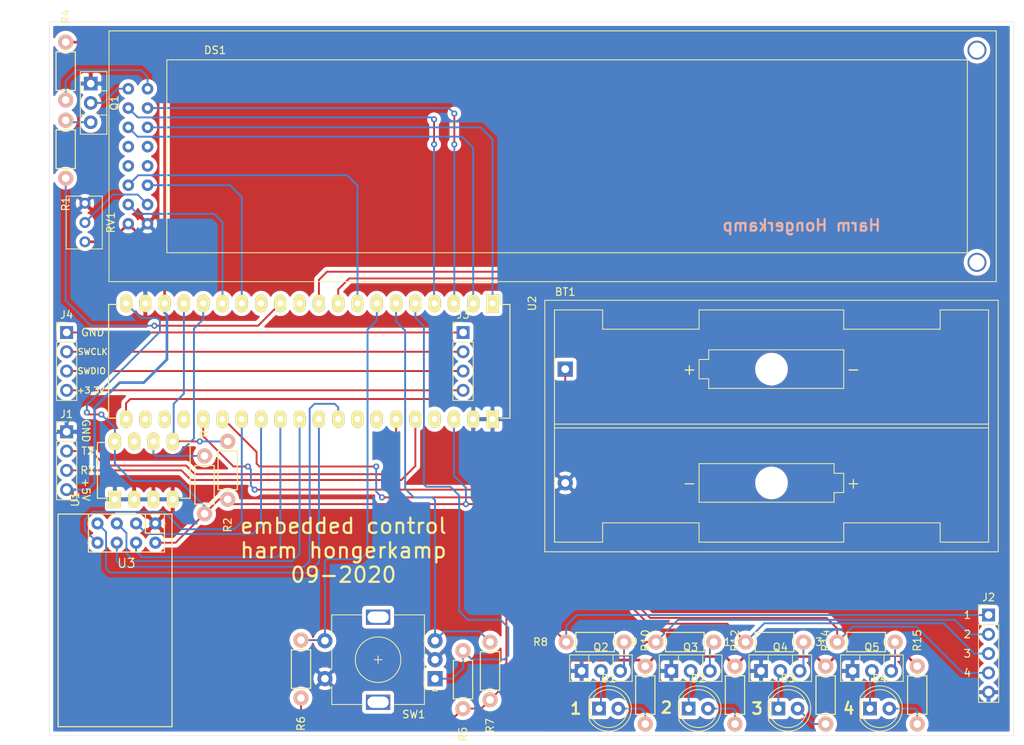
<source format=kicad_pcb>
(kicad_pcb (version 20171130) (host pcbnew 5.1.6-1.fc32)
  (title_block (title "embedded control") (date 2020-09-12) (rev 0) (company "harm hongerkamp"))
  (layers (0 F.Cu signal) (31 B.Cu signal) (34 B.Paste user) (35 F.Paste user) (36 B.SilkS user) (37 F.SilkS user) (38 B.Mask user) (39 F.Mask user) (44 Edge.Cuts user))
  (net 0 "")
  (net 1 "Net-(BT1-Pad1)")
  (net 2 GND)
  (net 3 "Net-(D1-Pad2)")
  (net 4 "Net-(D1-Pad1)")
  (net 5 "Net-(D2-Pad1)")
  (net 6 "Net-(D2-Pad2)")
  (net 7 "Net-(D3-Pad2)")
  (net 8 "Net-(D3-Pad1)")
  (net 9 "Net-(D4-Pad1)")
  (net 10 "Net-(D4-Pad2)")
  (net 11 +5V)
  (net 12 "Net-(DS1-Pad3)")
  (net 13 register_select)
  (net 14 readwrite)
  (net 15 enable)
  (net 16 "Net-(DS1-Pad7)")
  (net 17 "Net-(DS1-Pad8)")
  (net 18 "Net-(DS1-Pad9)")
  (net 19 "Net-(DS1-Pad10)")
  (net 20 D4)
  (net 21 D5)
  (net 22 D6)
  (net 23 D7)
  (net 24 "Net-(DS1-Pad15)")
  (net 25 "Net-(DS1-Pad16)")
  (net 26 /TX3)
  (net 27 /RX3)
  (net 28 "Net-(Q1-Pad3)")
  (net 29 "Net-(Q2-Pad3)")
  (net 30 "Net-(Q3-Pad3)")
  (net 31 "Net-(Q4-Pad3)")
  (net 32 "Net-(Q5-Pad3)")
  (net 33 display_light)
  (net 34 +3V3)
  (net 35 SDA)
  (net 36 SCL)
  (net 37 pulse_A)
  (net 38 push)
  (net 39 pulse_b)
  (net 40 schakeluitgang_1)
  (net 41 schakeluitgang_2)
  (net 42 schakeluitgang_3)
  (net 43 schakeluitgang_4)
  (net 44 "Net-(U1-Pad7)")
  (net 45 "Net-(U2-Pad11)")
  (net 46 "Net-(U2-Pad13)")
  (net 47 "Net-(U2-Pad22)")
  (net 48 "Net-(U2-Pad23)")
  (net 49 "Net-(U2-Pad24)")
  (net 50 /interrupt_request)
  (net 51 /chip_enable)
  (net 52 /nss1)
  (net 53 /sck1)
  (net 54 /miso1)
  (net 55 /mosi1)
  (net 56 "Net-(U2-Pad33)")
  (net 57 "Net-(U2-Pad34)")
  (net 58 "Net-(U2-Pad37)")
  (net 59 "Net-(J3-Pad4)")
  (net 60 "Net-(J3-Pad3)")
  (net 61 "Net-(J3-Pad2)")
  (net 62 "Net-(J3-Pad1)")
  (module harms_usual:nrf24l01 (layer F.Cu) (at 60.96 105.41 180)
    (fp_text reference U3 (at 0 -3.97 180) (layer F.SilkS) (effects (font (size 1.2 1.2))))
    (fp_text value nrf24l01)
    (pad 8 thru_hole circle (at 3.81 -1.27 180) (size 1.6 1.6) (drill 0.8) (layers *.Cu *.Mask) (net 50 /interrupt_request))
    (pad 7 thru_hole circle (at 3.81 1.27 180) (size 1.6 1.6) (drill 0.8) (layers *.Cu *.Mask) (net 54 /miso1))
    (pad 6 thru_hole circle (at 1.27 -1.27 180) (size 1.6 1.6) (drill 0.8) (layers *.Cu *.Mask) (net 55 /mosi1))
    (pad 5 thru_hole circle (at 1.27 1.27 180) (size 1.6 1.6) (drill 0.8) (layers *.Cu *.Mask) (net 53 /sck1))
    (pad 4 thru_hole circle (at -1.27 -1.27 180) (size 1.6 1.6) (drill 0.8) (layers *.Cu *.Mask) (net 52 /nss1))
    (pad 3 thru_hole circle (at -1.27 1.27 180) (size 1.6 1.6) (drill 0.8) (layers *.Cu *.Mask) (net 51 /chip_enable))
    (pad 2 thru_hole circle (at -3.81 -1.27 180) (size 1.6 1.6) (drill 0.8) (layers *.Cu *.Mask) (net 34 +3V3))
    (pad 1 thru_hole circle (at -3.81 1.27 180) (size 1.6 1.6) (drill 0.8) (layers *.Cu *.Mask) (net 2 GND))
  )
  (module Battery:BatteryHolder_Keystone_2462_2xAA (layer F.Cu) (at 118.745 83.82)
    (fp_text reference BT1 (at 0 -10.16 180) (layer F.SilkS))
    (fp_text value keystone-2460)
    (fp_text user - (at 37.945 0) (layer F.SilkS) (effects (font (size 1.5 1.5))))
    (fp_text user + (at 16.355 0) (layer F.SilkS) (effects (font (size 1.5 1.5))))
    (fp_text user - (at 16.355 14.99) (layer F.SilkS) (effects (font (size 1.5 1.5))))
    (fp_text user + (at 37.945 14.99) (layer F.SilkS) (effects (font (size 1.5 1.5))))
    (fp_text user + (at 16.355 0) (layer F.SilkS) (effects (font (size 1.5 1.5))))
    (fp_text user - (at 37.945 0) (layer F.SilkS) (effects (font (size 1.5 1.5))))
    (pad "" np_thru_hole circle (at 27.165 0) (size 3.3 3.3) (drill 3.3) (layers *.Cu *.Mask))
    (pad "" np_thru_hole circle (at 27.165 14.99) (size 3.3 3.3) (drill 3.3) (layers *.Cu *.Mask))
    (pad 2 thru_hole circle (at 0 14.99) (size 2 2) (drill 1.02) (layers *.Cu *.Mask) (net 2 GND))
    (pad 1 thru_hole rect (at 0 0) (size 2 2) (drill 1.02) (layers *.Cu *.Mask) (net 1 "Net-(BT1-Pad1)"))
  )
  (module LED_THT:LED_D5.0mm (layer F.Cu) (at 123.19 128.524)
    (fp_text reference D1 (at 1.27 -3.96) (layer F.SilkS))
    (fp_text value LED)
    (pad 2 thru_hole circle (at 2.54 0) (size 1.8 1.8) (drill 0.9) (layers *.Cu *.Mask) (net 3 "Net-(D1-Pad2)"))
    (pad 1 thru_hole rect (at 0 0) (size 1.8 1.8) (drill 0.9) (layers *.Cu *.Mask) (net 4 "Net-(D1-Pad1)"))
  )
  (module LED_THT:LED_D5.0mm (layer F.Cu) (at 135.001 128.524)
    (fp_text reference D2 (at 1.27 -3.96) (layer F.SilkS))
    (fp_text value LED)
    (pad 2 thru_hole circle (at 2.54 0) (size 1.8 1.8) (drill 0.9) (layers *.Cu *.Mask) (net 6 "Net-(D2-Pad2)"))
    (pad 1 thru_hole rect (at 0 0) (size 1.8 1.8) (drill 0.9) (layers *.Cu *.Mask) (net 5 "Net-(D2-Pad1)"))
  )
  (module LED_THT:LED_D5.0mm (layer F.Cu) (at 146.812 128.524)
    (fp_text reference D3 (at 1.27 -3.96) (layer F.SilkS))
    (fp_text value LED)
    (pad 2 thru_hole circle (at 2.54 0) (size 1.8 1.8) (drill 0.9) (layers *.Cu *.Mask) (net 7 "Net-(D3-Pad2)"))
    (pad 1 thru_hole rect (at 0 0) (size 1.8 1.8) (drill 0.9) (layers *.Cu *.Mask) (net 8 "Net-(D3-Pad1)"))
  )
  (module LED_THT:LED_D5.0mm (layer F.Cu) (at 158.877 128.524)
    (fp_text reference D4 (at 1.27 -3.96) (layer F.SilkS))
    (fp_text value LED)
    (pad 2 thru_hole circle (at 2.54 0) (size 1.8 1.8) (drill 0.9) (layers *.Cu *.Mask) (net 10 "Net-(D4-Pad2)"))
    (pad 1 thru_hole rect (at 0 0) (size 1.8 1.8) (drill 0.9) (layers *.Cu *.Mask) (net 9 "Net-(D4-Pad1)"))
  )
  (module harms_usual:lcd24x2 (layer F.Cu) (at 62.473601 55.791501)
    (fp_text reference DS1 (at 10.16 -13.97) (layer F.SilkS))
    (fp_text value WC1602A)
    (pad "" thru_hole circle (at 110.49 13.97) (size 2.5 2.5) (drill 2) (layers *.Cu *.Mask))
    (pad "" thru_hole circle (at 110.49 -13.97) (size 2.5 2.5) (drill 2) (layers *.Cu *.Mask))
    (pad 16 thru_hole circle (at -1.27 -8.89) (size 1.524 1.524) (drill 0.762) (layers *.Cu *.Mask) (net 25 "Net-(DS1-Pad16)"))
    (pad 15 thru_hole circle (at 1.27 -8.89) (size 1.524 1.524) (drill 0.762) (layers *.Cu *.Mask) (net 24 "Net-(DS1-Pad15)"))
    (pad 14 thru_hole circle (at -1.27 -6.35) (size 1.524 1.524) (drill 0.762) (layers *.Cu *.Mask) (net 23 D7))
    (pad 13 thru_hole circle (at 1.27 -6.35) (size 1.524 1.524) (drill 0.762) (layers *.Cu *.Mask) (net 22 D6))
    (pad 12 thru_hole circle (at -1.27 -3.81) (size 1.524 1.524) (drill 0.762) (layers *.Cu *.Mask) (net 21 D5))
    (pad 11 thru_hole circle (at 1.27 -3.81) (size 1.524 1.524) (drill 0.762) (layers *.Cu *.Mask) (net 20 D4))
    (pad 10 thru_hole circle (at -1.27 -1.27) (size 1.524 1.524) (drill 0.762) (layers *.Cu *.Mask) (net 19 "Net-(DS1-Pad10)"))
    (pad 9 thru_hole circle (at 1.27 -1.27) (size 1.524 1.524) (drill 0.762) (layers *.Cu *.Mask) (net 18 "Net-(DS1-Pad9)"))
    (pad 8 thru_hole circle (at -1.27 1.27) (size 1.524 1.524) (drill 0.762) (layers *.Cu *.Mask) (net 17 "Net-(DS1-Pad8)"))
    (pad 7 thru_hole circle (at 1.27 1.27) (size 1.524 1.524) (drill 0.762) (layers *.Cu *.Mask) (net 16 "Net-(DS1-Pad7)"))
    (pad 6 thru_hole circle (at -1.27 3.81) (size 1.524 1.524) (drill 0.762) (layers *.Cu *.Mask) (net 15 enable))
    (pad 5 thru_hole circle (at 1.27 3.81) (size 1.524 1.524) (drill 0.762) (layers *.Cu *.Mask) (net 14 readwrite))
    (pad 4 thru_hole circle (at -1.27 6.35) (size 1.524 1.524) (drill 0.762) (layers *.Cu *.Mask) (net 13 register_select))
    (pad 3 thru_hole circle (at 1.27 6.35) (size 1.524 1.524) (drill 0.762) (layers *.Cu *.Mask) (net 12 "Net-(DS1-Pad3)"))
    (pad 2 thru_hole circle (at -1.27 8.89) (size 1.524 1.524) (drill 0.762) (layers *.Cu *.Mask) (net 11 +5V))
    (pad 1 thru_hole circle (at 1.27 8.89) (size 1.524 1.524) (drill 0.762) (layers *.Cu *.Mask) (net 2 GND))
  )
  (module Connector_PinHeader_2.54mm:PinHeader_1x04_P2.54mm_Vertical (layer F.Cu) (at 53.086 92.075)
    (fp_text reference J1 (at 0 -2.33) (layer F.SilkS))
    (fp_text value UART_interface)
    (pad 4 thru_hole oval (at 0 7.62) (size 1.7 1.7) (drill 1) (layers *.Cu *.Mask) (net 11 +5V))
    (pad 3 thru_hole oval (at 0 5.08) (size 1.7 1.7) (drill 1) (layers *.Cu *.Mask) (net 27 /RX3))
    (pad 2 thru_hole oval (at 0 2.54) (size 1.7 1.7) (drill 1) (layers *.Cu *.Mask) (net 26 /TX3))
    (pad 1 thru_hole rect (at 0 0) (size 1.7 1.7) (drill 1) (layers *.Cu *.Mask) (net 2 GND))
  )
  (module Connector_PinHeader_2.54mm:PinHeader_1x04_P2.54mm_Vertical (layer F.Cu) (at 105.2957 78.994)
    (fp_text reference J3 (at 0 -2.33) (layer F.SilkS))
    (fp_text value programmer_1)
    (pad 4 thru_hole oval (at 0 7.62) (size 1.7 1.7) (drill 1) (layers *.Cu *.Mask) (net 59 "Net-(J3-Pad4)"))
    (pad 3 thru_hole oval (at 0 5.08) (size 1.7 1.7) (drill 1) (layers *.Cu *.Mask) (net 60 "Net-(J3-Pad3)"))
    (pad 2 thru_hole oval (at 0 2.54) (size 1.7 1.7) (drill 1) (layers *.Cu *.Mask) (net 61 "Net-(J3-Pad2)"))
    (pad 1 thru_hole rect (at 0 0) (size 1.7 1.7) (drill 1) (layers *.Cu *.Mask) (net 62 "Net-(J3-Pad1)"))
  )
  (module Connector_PinHeader_2.54mm:PinHeader_1x04_P2.54mm_Vertical (layer F.Cu) (at 53.086 78.994)
    (fp_text reference J4 (at 0 -2.33) (layer F.SilkS))
    (fp_text value programmer_2)
    (pad 4 thru_hole oval (at 0 7.62) (size 1.7 1.7) (drill 1) (layers *.Cu *.Mask) (net 59 "Net-(J3-Pad4)"))
    (pad 3 thru_hole oval (at 0 5.08) (size 1.7 1.7) (drill 1) (layers *.Cu *.Mask) (net 60 "Net-(J3-Pad3)"))
    (pad 2 thru_hole oval (at 0 2.54) (size 1.7 1.7) (drill 1) (layers *.Cu *.Mask) (net 61 "Net-(J3-Pad2)"))
    (pad 1 thru_hole rect (at 0 0) (size 1.7 1.7) (drill 1) (layers *.Cu *.Mask) (net 62 "Net-(J3-Pad1)"))
  )
  (module Package_TO_SOT_THT:TO-126-3_Vertical (layer F.Cu) (at 56.261 46.228 270)
    (fp_text reference Q1 (at 2.54 -3.12 90) (layer F.SilkS))
    (fp_text value BD439)
    (pad 3 thru_hole oval (at 5.08 0 270) (size 1.8 1.8) (drill 1) (layers *.Cu *.Mask) (net 28 "Net-(Q1-Pad3)"))
    (pad 2 thru_hole oval (at 2.54 0 270) (size 1.8 1.8) (drill 1) (layers *.Cu *.Mask) (net 25 "Net-(DS1-Pad16)"))
    (pad 1 thru_hole rect (at 0 0 270) (size 1.8 1.8) (drill 1) (layers *.Cu *.Mask) (net 2 GND))
  )
  (module Package_TO_SOT_THT:TO-126-3_Vertical (layer F.Cu) (at 120.904 123.571)
    (fp_text reference Q2 (at 2.54 -3.12) (layer F.SilkS))
    (fp_text value BD439)
    (pad 3 thru_hole oval (at 5.08 0) (size 1.8 1.8) (drill 1) (layers *.Cu *.Mask) (net 29 "Net-(Q2-Pad3)"))
    (pad 2 thru_hole oval (at 2.54 0) (size 1.8 1.8) (drill 1) (layers *.Cu *.Mask) (net 4 "Net-(D1-Pad1)"))
    (pad 1 thru_hole rect (at 0 0) (size 1.8 1.8) (drill 1) (layers *.Cu *.Mask) (net 2 GND))
  )
  (module Package_TO_SOT_THT:TO-126-3_Vertical (layer F.Cu) (at 132.715 123.571)
    (fp_text reference Q3 (at 2.54 -3.12) (layer F.SilkS))
    (fp_text value BD439)
    (pad 3 thru_hole oval (at 5.08 0) (size 1.8 1.8) (drill 1) (layers *.Cu *.Mask) (net 30 "Net-(Q3-Pad3)"))
    (pad 2 thru_hole oval (at 2.54 0) (size 1.8 1.8) (drill 1) (layers *.Cu *.Mask) (net 5 "Net-(D2-Pad1)"))
    (pad 1 thru_hole rect (at 0 0) (size 1.8 1.8) (drill 1) (layers *.Cu *.Mask) (net 2 GND))
  )
  (module Package_TO_SOT_THT:TO-126-3_Vertical (layer F.Cu) (at 144.526 123.571)
    (fp_text reference Q4 (at 2.54 -3.12) (layer F.SilkS))
    (fp_text value BD439)
    (pad 3 thru_hole oval (at 5.08 0) (size 1.8 1.8) (drill 1) (layers *.Cu *.Mask) (net 31 "Net-(Q4-Pad3)"))
    (pad 2 thru_hole oval (at 2.54 0) (size 1.8 1.8) (drill 1) (layers *.Cu *.Mask) (net 8 "Net-(D3-Pad1)"))
    (pad 1 thru_hole rect (at 0 0) (size 1.8 1.8) (drill 1) (layers *.Cu *.Mask) (net 2 GND))
  )
  (module Package_TO_SOT_THT:TO-126-3_Vertical (layer F.Cu) (at 156.591 123.571)
    (fp_text reference Q5 (at 2.54 -3.12) (layer F.SilkS))
    (fp_text value BD439)
    (pad 3 thru_hole oval (at 5.08 0) (size 1.8 1.8) (drill 1) (layers *.Cu *.Mask) (net 32 "Net-(Q5-Pad3)"))
    (pad 2 thru_hole oval (at 2.54 0) (size 1.8 1.8) (drill 1) (layers *.Cu *.Mask) (net 9 "Net-(D4-Pad1)"))
    (pad 1 thru_hole rect (at 0 0) (size 1.8 1.8) (drill 1) (layers *.Cu *.Mask) (net 2 GND))
  )
  (module harms_usual:Resistor_Horizontal_RM7mm (layer F.Cu) (at 52.959 51.054 270)
    (fp_text reference R1 (at 11 0 90) (layer F.SilkS))
    (fp_text value 2k)
    (pad 2 thru_hole circle (at 7.62 0 270) (size 1.99898 1.99898) (drill 1.00076) (layers *.Cu *.SilkS *.Mask) (net 33 display_light))
    (pad 1 thru_hole circle (at 0 0 270) (size 1.99898 1.99898) (drill 1.00076) (layers *.Cu *.SilkS *.Mask) (net 28 "Net-(Q1-Pad3)"))
  )
  (module harms_usual:Resistor_Horizontal_RM7mm (layer F.Cu) (at 74.295 93.345 270)
    (fp_text reference R2 (at 11 0 90) (layer F.SilkS))
    (fp_text value 2k)
    (pad 2 thru_hole circle (at 7.62 0 270) (size 1.99898 1.99898) (drill 1.00076) (layers *.Cu *.SilkS *.Mask) (net 34 +3V3))
    (pad 1 thru_hole circle (at 0 0 270) (size 1.99898 1.99898) (drill 1.00076) (layers *.Cu *.SilkS *.Mask) (net 35 SDA))
  )
  (module harms_usual:Resistor_Horizontal_RM7mm (layer F.Cu) (at 71.247 102.87 90)
    (fp_text reference R3 (at 11 0 90) (layer F.SilkS))
    (fp_text value 2k)
    (pad 2 thru_hole circle (at 7.62 0 90) (size 1.99898 1.99898) (drill 1.00076) (layers *.Cu *.SilkS *.Mask) (net 36 SCL))
    (pad 1 thru_hole circle (at 0 0 90) (size 1.99898 1.99898) (drill 1.00076) (layers *.Cu *.SilkS *.Mask) (net 34 +3V3))
  )
  (module harms_usual:Resistor_Horizontal_RM7mm (layer F.Cu) (at 52.959 48.387 90)
    (fp_text reference R4 (at 11 0 90) (layer F.SilkS))
    (fp_text value 200)
    (pad 2 thru_hole circle (at 7.62 0 90) (size 1.99898 1.99898) (drill 1.00076) (layers *.Cu *.SilkS *.Mask) (net 11 +5V))
    (pad 1 thru_hole circle (at 0 0 90) (size 1.99898 1.99898) (drill 1.00076) (layers *.Cu *.SilkS *.Mask) (net 24 "Net-(DS1-Pad15)"))
  )
  (module harms_usual:Resistor_Horizontal_RM7mm (layer F.Cu) (at 105.283 120.904 270)
    (fp_text reference R5 (at 11 0 90) (layer F.SilkS))
    (fp_text value 2k)
    (pad 2 thru_hole circle (at 7.62 0 270) (size 1.99898 1.99898) (drill 1.00076) (layers *.Cu *.SilkS *.Mask) (net 34 +3V3))
    (pad 1 thru_hole circle (at 0 0 270) (size 1.99898 1.99898) (drill 1.00076) (layers *.Cu *.SilkS *.Mask) (net 37 pulse_A))
  )
  (module harms_usual:Resistor_Horizontal_RM7mm (layer F.Cu) (at 83.947 119.507 270)
    (fp_text reference R6 (at 11 0 90) (layer F.SilkS))
    (fp_text value 10k)
    (pad 2 thru_hole circle (at 7.62 0 270) (size 1.99898 1.99898) (drill 1.00076) (layers *.Cu *.SilkS *.Mask) (net 34 +3V3))
    (pad 1 thru_hole circle (at 0 0 270) (size 1.99898 1.99898) (drill 1.00076) (layers *.Cu *.SilkS *.Mask) (net 38 push))
  )
  (module harms_usual:Resistor_Horizontal_RM7mm (layer F.Cu) (at 108.839 119.761 270)
    (fp_text reference R7 (at 11 0 90) (layer F.SilkS))
    (fp_text value 2k)
    (pad 2 thru_hole circle (at 7.62 0 270) (size 1.99898 1.99898) (drill 1.00076) (layers *.Cu *.SilkS *.Mask) (net 34 +3V3))
    (pad 1 thru_hole circle (at 0 0 270) (size 1.99898 1.99898) (drill 1.00076) (layers *.Cu *.SilkS *.Mask) (net 39 pulse_b))
  )
  (module harms_usual:Resistor_Horizontal_RM7mm (layer F.Cu) (at 126.492 119.761 180)
    (fp_text reference R8 (at 11 0) (layer F.SilkS))
    (fp_text value 2k)
    (pad 2 thru_hole circle (at 7.62 0 180) (size 1.99898 1.99898) (drill 1.00076) (layers *.Cu *.SilkS *.Mask) (net 40 schakeluitgang_1))
    (pad 1 thru_hole circle (at 0 0 180) (size 1.99898 1.99898) (drill 1.00076) (layers *.Cu *.SilkS *.Mask) (net 29 "Net-(Q2-Pad3)"))
  )
  (module harms_usual:Resistor_Horizontal_RM7mm (layer F.Cu) (at 138.303 119.761 180)
    (fp_text reference R9 (at 11 0) (layer F.SilkS))
    (fp_text value 2k)
    (pad 2 thru_hole circle (at 7.62 0 180) (size 1.99898 1.99898) (drill 1.00076) (layers *.Cu *.SilkS *.Mask) (net 41 schakeluitgang_2))
    (pad 1 thru_hole circle (at 0 0 180) (size 1.99898 1.99898) (drill 1.00076) (layers *.Cu *.SilkS *.Mask) (net 30 "Net-(Q3-Pad3)"))
  )
  (module harms_usual:Resistor_Horizontal_RM7mm (layer F.Cu) (at 129.286 130.556 90)
    (fp_text reference R10 (at 11 0 90) (layer F.SilkS))
    (fp_text value 200)
    (pad 2 thru_hole circle (at 7.62 0 90) (size 1.99898 1.99898) (drill 1.00076) (layers *.Cu *.SilkS *.Mask) (net 11 +5V))
    (pad 1 thru_hole circle (at 0 0 90) (size 1.99898 1.99898) (drill 1.00076) (layers *.Cu *.SilkS *.Mask) (net 3 "Net-(D1-Pad2)"))
  )
  (module harms_usual:Resistor_Horizontal_RM7mm (layer F.Cu) (at 150.114 119.761 180)
    (fp_text reference R11 (at 11 0) (layer F.SilkS))
    (fp_text value 2k)
    (pad 2 thru_hole circle (at 7.62 0 180) (size 1.99898 1.99898) (drill 1.00076) (layers *.Cu *.SilkS *.Mask) (net 42 schakeluitgang_3))
    (pad 1 thru_hole circle (at 0 0 180) (size 1.99898 1.99898) (drill 1.00076) (layers *.Cu *.SilkS *.Mask) (net 31 "Net-(Q4-Pad3)"))
  )
  (module harms_usual:Resistor_Horizontal_RM7mm (layer F.Cu) (at 141.097 130.556 90)
    (fp_text reference R12 (at 11 0 90) (layer F.SilkS))
    (fp_text value 200)
    (pad 2 thru_hole circle (at 7.62 0 90) (size 1.99898 1.99898) (drill 1.00076) (layers *.Cu *.SilkS *.Mask) (net 11 +5V))
    (pad 1 thru_hole circle (at 0 0 90) (size 1.99898 1.99898) (drill 1.00076) (layers *.Cu *.SilkS *.Mask) (net 6 "Net-(D2-Pad2)"))
  )
  (module harms_usual:Resistor_Horizontal_RM7mm (layer F.Cu) (at 162.179 119.761 180)
    (fp_text reference R13 (at 11 0) (layer F.SilkS))
    (fp_text value 2k)
    (pad 2 thru_hole circle (at 7.62 0 180) (size 1.99898 1.99898) (drill 1.00076) (layers *.Cu *.SilkS *.Mask) (net 43 schakeluitgang_4))
    (pad 1 thru_hole circle (at 0 0 180) (size 1.99898 1.99898) (drill 1.00076) (layers *.Cu *.SilkS *.Mask) (net 32 "Net-(Q5-Pad3)"))
  )
  (module harms_usual:Resistor_Horizontal_RM7mm (layer F.Cu) (at 153.035 130.556 90)
    (fp_text reference R14 (at 11 0 90) (layer F.SilkS))
    (fp_text value 200)
    (pad 2 thru_hole circle (at 7.62 0 90) (size 1.99898 1.99898) (drill 1.00076) (layers *.Cu *.SilkS *.Mask) (net 11 +5V))
    (pad 1 thru_hole circle (at 0 0 90) (size 1.99898 1.99898) (drill 1.00076) (layers *.Cu *.SilkS *.Mask) (net 7 "Net-(D3-Pad2)"))
  )
  (module harms_usual:Resistor_Horizontal_RM7mm (layer F.Cu) (at 165.1 130.556 90)
    (fp_text reference R15 (at 11 0 90) (layer F.SilkS))
    (fp_text value 200)
    (pad 2 thru_hole circle (at 7.62 0 90) (size 1.99898 1.99898) (drill 1.00076) (layers *.Cu *.SilkS *.Mask) (net 11 +5V))
    (pad 1 thru_hole circle (at 0 0 90) (size 1.99898 1.99898) (drill 1.00076) (layers *.Cu *.SilkS *.Mask) (net 10 "Net-(D4-Pad2)"))
  )
  (module Potentiometer_THT:Potentiometer_Bourns_3266Y_Vertical (layer F.Cu) (at 55.499 67.056 270)
    (fp_text reference RV1 (at -2.54 -3.41 90) (layer F.SilkS))
    (fp_text value R_POT_TRIM)
    (pad 3 thru_hole circle (at -5.08 0 270) (size 1.44 1.44) (drill 0.8) (layers *.Cu *.Mask) (net 2 GND))
    (pad 2 thru_hole circle (at -2.54 0 270) (size 1.44 1.44) (drill 0.8) (layers *.Cu *.Mask) (net 12 "Net-(DS1-Pad3)"))
    (pad 1 thru_hole circle (at 0 0 270) (size 1.44 1.44) (drill 0.8) (layers *.Cu *.Mask) (net 11 +5V))
  )
  (module Rotary_Encoder:RotaryEncoder_Alps_EC11E-Switch_Vertical_H20mm (layer F.Cu) (at 101.6 124.587 180)
    (fp_text reference SW1 (at 2.8 -4.7) (layer F.SilkS))
    (fp_text value Rotary_Encoder_Switch)
    (pad A thru_hole rect (at 0 0 180) (size 2 2) (drill 1) (layers *.Cu *.Mask) (net 37 pulse_A))
    (pad C thru_hole circle (at 0 2.5 180) (size 2 2) (drill 1) (layers *.Cu *.Mask) (net 2 GND))
    (pad B thru_hole circle (at 0 5 180) (size 2 2) (drill 1) (layers *.Cu *.Mask) (net 39 pulse_b))
    (pad MP thru_hole rect (at 7.5 -3.1 180) (size 3.2 2) (drill oval 2.8 1.5) (layers *.Cu *.Mask))
    (pad MP thru_hole rect (at 7.5 8.1 180) (size 3.2 2) (drill oval 2.8 1.5) (layers *.Cu *.Mask))
    (pad S2 thru_hole circle (at 14.5 0 180) (size 2 2) (drill 1) (layers *.Cu *.Mask) (net 2 GND))
    (pad S1 thru_hole circle (at 14.5 5 180) (size 2 2) (drill 1) (layers *.Cu *.Mask) (net 38 push))
  )
  (module harms_usual:DIP-8_W7.62mm_LongPads (layer F.Cu) (at 59.436 100.965 90)
    (fp_text reference U1 (at 0 -5.22 90) (layer F.SilkS))
    (fp_text value 24LC64)
    (pad 8 thru_hole oval (at 7.62 0 90) (size 2.3 1.6) (drill 0.8) (layers *.Cu *.Mask F.SilkS) (net 34 +3V3))
    (pad 7 thru_hole oval (at 7.62 2.54 90) (size 2.3 1.6) (drill 0.8) (layers *.Cu *.Mask F.SilkS) (net 44 "Net-(U1-Pad7)"))
    (pad 6 thru_hole oval (at 7.62 5.08 90) (size 2.3 1.6) (drill 0.8) (layers *.Cu *.Mask F.SilkS) (net 36 SCL))
    (pad 5 thru_hole oval (at 7.62 7.62 90) (size 2.3 1.6) (drill 0.8) (layers *.Cu *.Mask F.SilkS) (net 35 SDA))
    (pad 4 thru_hole oval (at 0 7.62 90) (size 2.3 1.6) (drill 0.8) (layers *.Cu *.Mask F.SilkS) (net 2 GND))
    (pad 3 thru_hole oval (at 0 5.08 90) (size 2.3 1.6) (drill 0.8) (layers *.Cu *.Mask F.SilkS) (net 2 GND))
    (pad 2 thru_hole oval (at 0 2.54 90) (size 2.3 1.6) (drill 0.8) (layers *.Cu *.Mask F.SilkS) (net 2 GND))
    (pad 1 thru_hole rect (at 0 0 90) (size 2.3 1.6) (drill 0.8) (layers *.Cu *.Mask F.SilkS) (net 2 GND))
  )
  (module harms_usual:DIP-40_W15.24mm_LongPads (layer F.Cu) (at 109.1692 75.1713 270)
    (fp_text reference U2 (at 0 -5.22 90) (layer F.SilkS))
    (fp_text value stm32_bluepill)
    (pad 40 thru_hole rect (at 15.24 0 270) (size 2.3 1.6) (drill 0.8) (layers *.Cu *.Mask F.SilkS) (net 2 GND))
    (pad 39 thru_hole oval (at 15.24 2.54 270) (size 2.3 1.6) (drill 0.8) (layers *.Cu *.Mask F.SilkS) (net 2 GND))
    (pad 38 thru_hole oval (at 15.24 5.08 270) (size 2.3 1.6) (drill 0.8) (layers *.Cu *.Mask F.SilkS) (net 34 +3V3))
    (pad 37 thru_hole oval (at 15.24 7.62 270) (size 2.3 1.6) (drill 0.8) (layers *.Cu *.Mask F.SilkS) (net 58 "Net-(U2-Pad37)"))
    (pad 36 thru_hole oval (at 15.24 10.16 270) (size 2.3 1.6) (drill 0.8) (layers *.Cu *.Mask F.SilkS) (net 27 /RX3))
    (pad 35 thru_hole oval (at 15.24 12.7 270) (size 2.3 1.6) (drill 0.8) (layers *.Cu *.Mask F.SilkS) (net 26 /TX3))
    (pad 34 thru_hole oval (at 15.24 15.24 270) (size 2.3 1.6) (drill 0.8) (layers *.Cu *.Mask F.SilkS) (net 57 "Net-(U2-Pad34)"))
    (pad 33 thru_hole oval (at 15.24 17.78 270) (size 2.3 1.6) (drill 0.8) (layers *.Cu *.Mask F.SilkS) (net 56 "Net-(U2-Pad33)"))
    (pad 32 thru_hole oval (at 15.24 20.32 270) (size 2.3 1.6) (drill 0.8) (layers *.Cu *.Mask F.SilkS) (net 55 /mosi1))
    (pad 31 thru_hole oval (at 15.24 22.86 270) (size 2.3 1.6) (drill 0.8) (layers *.Cu *.Mask F.SilkS) (net 54 /miso1))
    (pad 30 thru_hole oval (at 15.24 25.4 270) (size 2.3 1.6) (drill 0.8) (layers *.Cu *.Mask F.SilkS) (net 53 /sck1))
    (pad 29 thru_hole oval (at 15.24 27.94 270) (size 2.3 1.6) (drill 0.8) (layers *.Cu *.Mask F.SilkS) (net 52 /nss1))
    (pad 28 thru_hole oval (at 15.24 30.48 270) (size 2.3 1.6) (drill 0.8) (layers *.Cu *.Mask F.SilkS) (net 51 /chip_enable))
    (pad 27 thru_hole oval (at 15.24 33.02 270) (size 2.3 1.6) (drill 0.8) (layers *.Cu *.Mask F.SilkS) (net 50 /interrupt_request))
    (pad 26 thru_hole oval (at 15.24 35.56 270) (size 2.3 1.6) (drill 0.8) (layers *.Cu *.Mask F.SilkS) (net 41 schakeluitgang_2))
    (pad 25 thru_hole oval (at 15.24 38.1 270) (size 2.3 1.6) (drill 0.8) (layers *.Cu *.Mask F.SilkS) (net 40 schakeluitgang_1))
    (pad 24 thru_hole oval (at 15.24 40.64 270) (size 2.3 1.6) (drill 0.8) (layers *.Cu *.Mask F.SilkS) (net 49 "Net-(U2-Pad24)"))
    (pad 23 thru_hole oval (at 15.24 43.18 270) (size 2.3 1.6) (drill 0.8) (layers *.Cu *.Mask F.SilkS) (net 48 "Net-(U2-Pad23)"))
    (pad 22 thru_hole oval (at 15.24 45.72 270) (size 2.3 1.6) (drill 0.8) (layers *.Cu *.Mask F.SilkS) (net 47 "Net-(U2-Pad22)"))
    (pad 21 thru_hole oval (at 15.24 48.26 270) (size 2.3 1.6) (drill 0.8) (layers *.Cu *.Mask F.SilkS) (net 1 "Net-(BT1-Pad1)"))
    (pad 20 thru_hole oval (at 0 48.26 270) (size 2.3 1.6) (drill 0.8) (layers *.Cu *.Mask F.SilkS) (net 34 +3V3))
    (pad 19 thru_hole oval (at 0 45.72 270) (size 2.3 1.6) (drill 0.8) (layers *.Cu *.Mask F.SilkS) (net 2 GND))
    (pad 18 thru_hole oval (at 0 43.18 270) (size 2.3 1.6) (drill 0.8) (layers *.Cu *.Mask F.SilkS) (net 11 +5V))
    (pad 17 thru_hole oval (at 0 40.64 270) (size 2.3 1.6) (drill 0.8) (layers *.Cu *.Mask F.SilkS) (net 35 SDA))
    (pad 16 thru_hole oval (at 0 38.1 270) (size 2.3 1.6) (drill 0.8) (layers *.Cu *.Mask F.SilkS) (net 36 SCL))
    (pad 15 thru_hole oval (at 0 35.56 270) (size 2.3 1.6) (drill 0.8) (layers *.Cu *.Mask F.SilkS) (net 13 register_select))
    (pad 14 thru_hole oval (at 0 33.02 270) (size 2.3 1.6) (drill 0.8) (layers *.Cu *.Mask F.SilkS) (net 14 readwrite))
    (pad 13 thru_hole oval (at 0 30.48 270) (size 2.3 1.6) (drill 0.8) (layers *.Cu *.Mask F.SilkS) (net 46 "Net-(U2-Pad13)"))
    (pad 12 thru_hole oval (at 0 27.94 270) (size 2.3 1.6) (drill 0.8) (layers *.Cu *.Mask F.SilkS) (net 33 display_light))
    (pad 11 thru_hole oval (at 0 25.4 270) (size 2.3 1.6) (drill 0.8) (layers *.Cu *.Mask F.SilkS) (net 45 "Net-(U2-Pad11)"))
    (pad 10 thru_hole oval (at 0 22.86 270) (size 2.3 1.6) (drill 0.8) (layers *.Cu *.Mask F.SilkS) (net 43 schakeluitgang_4))
    (pad 9 thru_hole oval (at 0 20.32 270) (size 2.3 1.6) (drill 0.8) (layers *.Cu *.Mask F.SilkS) (net 42 schakeluitgang_3))
    (pad 8 thru_hole oval (at 0 17.78 270) (size 2.3 1.6) (drill 0.8) (layers *.Cu *.Mask F.SilkS) (net 15 enable))
    (pad 7 thru_hole oval (at 0 15.24 270) (size 2.3 1.6) (drill 0.8) (layers *.Cu *.Mask F.SilkS) (net 38 push))
    (pad 6 thru_hole oval (at 0 12.7 270) (size 2.3 1.6) (drill 0.8) (layers *.Cu *.Mask F.SilkS) (net 39 pulse_b))
    (pad 5 thru_hole oval (at 0 10.16 270) (size 2.3 1.6) (drill 0.8) (layers *.Cu *.Mask F.SilkS) (net 37 pulse_A))
    (pad 4 thru_hole oval (at 0 7.62 270) (size 2.3 1.6) (drill 0.8) (layers *.Cu *.Mask F.SilkS) (net 23 D7))
    (pad 3 thru_hole oval (at 0 5.08 270) (size 2.3 1.6) (drill 0.8) (layers *.Cu *.Mask F.SilkS) (net 22 D6))
    (pad 2 thru_hole oval (at 0 2.54 270) (size 2.3 1.6) (drill 0.8) (layers *.Cu *.Mask F.SilkS) (net 21 D5))
    (pad 1 thru_hole rect (at 0 0 270) (size 2.3 1.6) (drill 0.8) (layers *.Cu *.Mask F.SilkS) (net 20 D4))
  )
  (module Connector_PinHeader_2.54mm:PinHeader_1x05_P2.54mm_Vertical (layer F.Cu) (at 174.498 116.205)
    (fp_text reference J2 (at 0 -2.33) (layer F.SilkS))
    (fp_text value Conn_01x05)
    (pad 1 thru_hole rect (at 0 0) (size 1.7 1.7) (drill 1) (layers *.Cu *.Mask) (net 40 schakeluitgang_1))
    (pad 2 thru_hole oval (at 0 2.54) (size 1.7 1.7) (drill 1) (layers *.Cu *.Mask) (net 41 schakeluitgang_2))
    (pad 3 thru_hole oval (at 0 5.08) (size 1.7 1.7) (drill 1) (layers *.Cu *.Mask) (net 42 schakeluitgang_3))
    (pad 4 thru_hole oval (at 0 7.62) (size 1.7 1.7) (drill 1) (layers *.Cu *.Mask) (net 43 schakeluitgang_4))
    (pad 5 thru_hole oval (at 0 10.16) (size 1.7 1.7) (drill 1) (layers *.Cu *.Mask) (net 2 GND))
  )
  (gr_text "embedded control\nharm hongerkamp\n09-2020" (at 89.535 107.696) (layer F.SilkS) (effects (font (size 2 2) (thickness 0.3))))
  (gr_text 4 (at 171.704 123.825) (layer F.SilkS) (effects (font (size 1 1))))
  (gr_text 3 (at 171.704 121.285) (layer F.SilkS) (effects (font (size 1 1))))
  (gr_text 2 (at 171.704 118.745) (layer F.SilkS) (effects (font (size 1 1))))
  (gr_text 1 (at 171.704 116.205) (layer F.SilkS) (effects (font (size 1 1))))
  (gr_text 4 (at 156.083 128.524) (layer F.SilkS) (effects (font (size 1.5 1.5) (thickness 0.3))))
  (gr_text 3 (at 144.018 128.524) (layer F.SilkS) (effects (font (size 1.5 1.5) (thickness 0.3))))
  (gr_text 2 (at 132.08 128.397) (layer F.SilkS) (effects (font (size 1.5 1.5) (thickness 0.3))))
  (gr_text 1 (at 120.142 128.524) (layer F.SilkS) (effects (font (size 1.5 1.5) (thickness 0.3))))
  (gr_text +3.3V (at 56.261 86.614) (layer F.SilkS) (effects (font (size 0.8 0.8))))
  (gr_text SWDIO (at 56.388 84.074) (layer F.SilkS) (effects (font (size 0.8 0.8))))
  (gr_text SWCLK (at 56.515 81.534) (layer F.SilkS) (effects (font (size 0.8 0.8))))
  (gr_text GND (at 56.515 78.994) (layer F.SilkS) (effects (font (size 1 1))))
  (gr_text GND (at 55.626 91.948 270) (layer F.SilkS) (effects (font (size 1 1))))
  (gr_text +5V (at 55.626 99.695 270) (layer F.SilkS) (effects (font (size 1 1))))
  (gr_text RX (at 55.88 97.155) (layer F.SilkS) (effects (font (size 1 1))))
  (gr_text TX (at 55.88 94.615) (layer F.SilkS) (effects (font (size 1 1))))
  (gr_text "Harm Hongerkamp" (at 149.86 64.897) (layer B.SilkS) (effects (font (size 1.5 1.5) (thickness 0.3)) (justify mirror)))
  (gr_line (start 50.8 38.1) (end 177.8 38.1) (layer Edge.Cuts) (width 0.05))
  (gr_line (start 50.8 132.08) (end 50.8 38.1) (layer Edge.Cuts) (width 0.05))
  (gr_line (start 177.8 132.08) (end 50.8 132.08) (layer Edge.Cuts) (width 0.05))
  (gr_line (start 177.8 38.1) (end 177.8 132.08) (layer Edge.Cuts) (width 0.05))
  (segment (start 60.9092 90.4113) (end 60.9092 88.3158) (width 0.25) (layer F.Cu) (net 1))
  (segment (start 60.9092 88.3158) (end 61.468 87.757) (width 0.25) (layer F.Cu) (net 1))
  (segment (start 61.468 87.757) (end 102.743 87.757) (width 0.25) (layer F.Cu) (net 1))
  (segment (start 102.743 87.757) (end 103.505 88.519) (width 0.25) (layer F.Cu) (net 1))
  (segment (start 103.505 88.519) (end 118.237 88.519) (width 0.25) (layer F.Cu) (net 1))
  (segment (start 118.745 88.011) (end 118.745 83.82) (width 0.25) (layer F.Cu) (net 1))
  (segment (start 118.237 88.519) (end 118.745 88.011) (width 0.25) (layer F.Cu) (net 1))
  (segment (start 129.286 130.556) (end 129.286 129.032) (width 0.25) (layer B.Cu) (net 3))
  (segment (start 128.778 128.524) (end 125.73 128.524) (width 0.25) (layer B.Cu) (net 3))
  (segment (start 129.286 129.032) (end 128.778 128.524) (width 0.25) (layer B.Cu) (net 3))
  (segment (start 123.444 128.27) (end 123.19 128.524) (width 0.25) (layer B.Cu) (net 4))
  (segment (start 123.444 123.571) (end 123.444 128.27) (width 0.25) (layer B.Cu) (net 4))
  (segment (start 135.255 123.571) (end 135.255 126.238) (width 0.25) (layer B.Cu) (net 5))
  (segment (start 135.001 126.492) (end 135.001 128.524) (width 0.25) (layer B.Cu) (net 5))
  (segment (start 135.255 126.238) (end 135.001 126.492) (width 0.25) (layer B.Cu) (net 5))
  (segment (start 137.541 128.524) (end 140.843 128.524) (width 0.25) (layer B.Cu) (net 6))
  (segment (start 141.097 128.778) (end 141.097 130.556) (width 0.25) (layer B.Cu) (net 6))
  (segment (start 140.843 128.524) (end 141.097 128.778) (width 0.25) (layer B.Cu) (net 6))
  (segment (start 151.384 130.556) (end 149.352 128.524) (width 0.25) (layer B.Cu) (net 7))
  (segment (start 153.035 130.556) (end 151.384 130.556) (width 0.25) (layer B.Cu) (net 7))
  (segment (start 146.812 123.825) (end 147.066 123.571) (width 0.25) (layer B.Cu) (net 8))
  (segment (start 146.812 128.524) (end 146.812 123.825) (width 0.25) (layer B.Cu) (net 8))
  (segment (start 158.877 123.825) (end 159.131 123.571) (width 0.25) (layer B.Cu) (net 9))
  (segment (start 158.877 128.524) (end 158.877 123.825) (width 0.25) (layer B.Cu) (net 9))
  (segment (start 165.1 130.556) (end 165.1 128.778) (width 0.25) (layer B.Cu) (net 10))
  (segment (start 164.846 128.524) (end 161.417 128.524) (width 0.25) (layer B.Cu) (net 10))
  (segment (start 165.1 128.778) (end 164.846 128.524) (width 0.25) (layer B.Cu) (net 10))
  (segment (start 52.959 40.767) (end 63.373 40.767) (width 0.35) (layer F.Cu) (net 11))
  (segment (start 63.373 40.767) (end 65.9892 43.3832) (width 0.35) (layer F.Cu) (net 11))
  (segment (start 58.829102 67.056) (end 61.203601 64.681501) (width 0.35) (layer F.Cu) (net 11))
  (segment (start 55.499 67.056) (end 58.829102 67.056) (width 0.35) (layer F.Cu) (net 11))
  (segment (start 65.9892 69.6468) (end 65.9892 75.1713) (width 0.35) (layer F.Cu) (net 11))
  (segment (start 65.9892 69.4671) (end 65.9892 69.6468) (width 0.35) (layer F.Cu) (net 11))
  (segment (start 61.203601 64.681501) (end 65.9892 69.4671) (width 0.35) (layer F.Cu) (net 11))
  (segment (start 65.9892 43.3832) (end 65.9892 69.6468) (width 0.35) (layer F.Cu) (net 11))
  (segment (start 53.848 99.695) (end 53.848 129.794) (width 0.35) (layer F.Cu) (net 11))
  (segment (start 53.848 129.794) (end 55.118 131.064) (width 0.35) (layer F.Cu) (net 11))
  (segment (start 55.118 131.064) (end 115.062 131.064) (width 0.35) (layer F.Cu) (net 11))
  (segment (start 115.062 131.064) (end 117.475 128.651) (width 0.35) (layer F.Cu) (net 11))
  (segment (start 117.475 128.651) (end 117.475 123.952) (width 0.35) (layer F.Cu) (net 11))
  (segment (start 119.28799 122.13901) (end 128.48901 122.13901) (width 0.35) (layer F.Cu) (net 11))
  (segment (start 128.48901 122.13901) (end 129.286 122.936) (width 0.35) (layer F.Cu) (net 11))
  (segment (start 117.475 123.952) (end 119.28799 122.13901) (width 0.35) (layer F.Cu) (net 11))
  (segment (start 129.286 122.936) (end 130.556 121.666) (width 0.35) (layer F.Cu) (net 11))
  (segment (start 139.827 121.666) (end 141.097 122.936) (width 0.35) (layer F.Cu) (net 11))
  (segment (start 130.556 121.666) (end 139.827 121.666) (width 0.35) (layer F.Cu) (net 11))
  (segment (start 141.097 122.936) (end 142.367 121.666) (width 0.35) (layer F.Cu) (net 11))
  (segment (start 151.765 121.666) (end 153.035 122.936) (width 0.35) (layer F.Cu) (net 11))
  (segment (start 142.367 121.666) (end 151.765 121.666) (width 0.35) (layer F.Cu) (net 11))
  (segment (start 153.035 122.936) (end 154.432 121.539) (width 0.35) (layer F.Cu) (net 11))
  (segment (start 163.703 121.539) (end 165.1 122.936) (width 0.35) (layer F.Cu) (net 11))
  (segment (start 154.432 121.539) (end 163.703 121.539) (width 0.35) (layer F.Cu) (net 11))
  (segment (start 65.9892 75.1713) (end 65.9892 76.4032) (width 0.35) (layer B.Cu) (net 11))
  (segment (start 65.9892 76.4032) (end 66.294 76.708) (width 0.35) (layer B.Cu) (net 11))
  (segment (start 66.294 76.708) (end 66.294 82.55) (width 0.35) (layer B.Cu) (net 11))
  (segment (start 66.294 82.55) (end 63.246 85.598) (width 0.35) (layer B.Cu) (net 11))
  (segment (start 63.246 85.598) (end 60.071 85.598) (width 0.35) (layer B.Cu) (net 11))
  (segment (start 60.071 85.598) (end 56.769 88.9) (width 0.35) (layer B.Cu) (net 11))
  (segment (start 56.769 88.9) (end 56.769 98.806) (width 0.35) (layer B.Cu) (net 11))
  (segment (start 55.88 99.695) (end 53.848 99.695) (width 0.35) (layer B.Cu) (net 11))
  (segment (start 56.769 98.806) (end 55.88 99.695) (width 0.35) (layer B.Cu) (net 11))
  (segment (start 55.499 64.516) (end 59.182 60.833) (width 0.25) (layer B.Cu) (net 12))
  (segment (start 62.4351 60.833) (end 63.743601 62.141501) (width 0.25) (layer B.Cu) (net 12))
  (segment (start 59.182 60.833) (end 62.4351 60.833) (width 0.25) (layer B.Cu) (net 12))
  (segment (start 61.203601 62.141501) (end 62.4351 63.373) (width 0.25) (layer B.Cu) (net 13))
  (segment (start 62.4351 63.373) (end 72.517 63.373) (width 0.25) (layer B.Cu) (net 13))
  (segment (start 73.6092 64.4652) (end 73.6092 75.1713) (width 0.25) (layer B.Cu) (net 13))
  (segment (start 72.517 63.373) (end 73.6092 64.4652) (width 0.25) (layer B.Cu) (net 13))
  (segment (start 63.743601 59.601501) (end 74.587501 59.601501) (width 0.25) (layer B.Cu) (net 14))
  (segment (start 76.1492 61.1632) (end 76.1492 75.1713) (width 0.25) (layer B.Cu) (net 14))
  (segment (start 74.587501 59.601501) (end 76.1492 61.1632) (width 0.25) (layer B.Cu) (net 14))
  (segment (start 61.203601 59.601501) (end 62.512102 58.293) (width 0.25) (layer B.Cu) (net 15))
  (segment (start 62.512102 58.293) (end 90.043 58.293) (width 0.25) (layer B.Cu) (net 15))
  (segment (start 91.3892 59.6392) (end 91.3892 75.1713) (width 0.25) (layer B.Cu) (net 15))
  (segment (start 90.043 58.293) (end 91.3892 59.6392) (width 0.25) (layer B.Cu) (net 15))
  (segment (start 63.743601 51.981501) (end 107.607501 51.981501) (width 0.25) (layer B.Cu) (net 20))
  (segment (start 109.1692 53.5432) (end 109.1692 75.1713) (width 0.25) (layer B.Cu) (net 20))
  (segment (start 107.607501 51.981501) (end 109.1692 53.5432) (width 0.25) (layer B.Cu) (net 20))
  (segment (start 61.203601 51.981501) (end 62.4351 53.213) (width 0.25) (layer B.Cu) (net 21))
  (segment (start 62.4351 53.213) (end 105.156 53.213) (width 0.25) (layer B.Cu) (net 21))
  (segment (start 106.6292 54.6862) (end 106.6292 75.1713) (width 0.25) (layer B.Cu) (net 21))
  (segment (start 105.156 53.213) (end 106.6292 54.6862) (width 0.25) (layer B.Cu) (net 21))
  (via (at 104.14 50.165) (size 0.8) (drill 0.4) (layers F.Cu B.Cu) (net 22))
  (segment (start 103.416501 49.441501) (end 104.14 50.165) (width 0.25) (layer B.Cu) (net 22))
  (segment (start 63.743601 49.441501) (end 103.416501 49.441501) (width 0.25) (layer B.Cu) (net 22))
  (via (at 104.14 54.229) (size 0.8) (drill 0.4) (layers F.Cu B.Cu) (net 22))
  (segment (start 104.14 50.165) (end 104.14 54.229) (width 0.25) (layer F.Cu) (net 22))
  (segment (start 104.14 75.1205) (end 104.0892 75.1713) (width 0.25) (layer B.Cu) (net 22))
  (segment (start 104.14 54.229) (end 104.14 75.1205) (width 0.25) (layer B.Cu) (net 22))
  (segment (start 61.203601 49.441501) (end 62.3081 50.546) (width 0.25) (layer B.Cu) (net 23))
  (segment (start 62.3081 50.546) (end 62.357 50.546) (width 0.25) (layer B.Cu) (net 23))
  (segment (start 62.357 50.546) (end 62.484 50.673) (width 0.25) (layer B.Cu) (net 23))
  (segment (start 62.484 50.673) (end 77.724 50.673) (width 0.25) (layer B.Cu) (net 23))
  (via (at 101.473 50.927) (size 0.8) (drill 0.4) (layers F.Cu B.Cu) (net 23))
  (segment (start 101.219 50.673) (end 101.473 50.927) (width 0.25) (layer B.Cu) (net 23))
  (segment (start 77.724 50.673) (end 101.219 50.673) (width 0.25) (layer B.Cu) (net 23))
  (via (at 101.473 54.229) (size 0.8) (drill 0.4) (layers F.Cu B.Cu) (net 23))
  (segment (start 101.473 50.927) (end 101.473 54.229) (width 0.25) (layer F.Cu) (net 23))
  (segment (start 101.473 75.0951) (end 101.5492 75.1713) (width 0.25) (layer B.Cu) (net 23))
  (segment (start 101.473 54.229) (end 101.473 75.0951) (width 0.25) (layer B.Cu) (net 23))
  (segment (start 52.959 48.387) (end 52.959 45.847) (width 0.25) (layer B.Cu) (net 24))
  (segment (start 52.959 45.847) (end 54.356 44.45) (width 0.25) (layer B.Cu) (net 24))
  (segment (start 54.356 44.45) (end 62.865 44.45) (width 0.25) (layer B.Cu) (net 24))
  (segment (start 63.743601 45.328601) (end 63.743601 46.901501) (width 0.25) (layer B.Cu) (net 24))
  (segment (start 62.865 44.45) (end 63.743601 45.328601) (width 0.25) (layer B.Cu) (net 24))
  (segment (start 56.261 48.768) (end 57.912 48.768) (width 0.25) (layer B.Cu) (net 25))
  (segment (start 59.778499 46.901501) (end 61.203601 46.901501) (width 0.25) (layer B.Cu) (net 25))
  (segment (start 57.912 48.768) (end 59.778499 46.901501) (width 0.25) (layer B.Cu) (net 25))
  (segment (start 96.4692 96.4438) (end 96.4692 90.4113) (width 0.25) (layer F.Cu) (net 26))
  (segment (start 68.834 96.52) (end 69.977 97.663) (width 0.25) (layer F.Cu) (net 26))
  (segment (start 58.166 96.52) (end 68.834 96.52) (width 0.25) (layer F.Cu) (net 26))
  (segment (start 69.977 97.663) (end 95.25 97.663) (width 0.25) (layer F.Cu) (net 26))
  (segment (start 56.261 94.615) (end 58.166 96.52) (width 0.25) (layer F.Cu) (net 26))
  (segment (start 95.25 97.663) (end 96.4692 96.4438) (width 0.25) (layer F.Cu) (net 26))
  (segment (start 53.848 94.615) (end 56.261 94.615) (width 0.25) (layer F.Cu) (net 26))
  (segment (start 53.848 97.155) (end 68.199 97.155) (width 0.25) (layer F.Cu) (net 27))
  (segment (start 68.199 97.155) (end 69.469 98.425) (width 0.25) (layer F.Cu) (net 27))
  (segment (start 69.469 98.425) (end 97.155 98.425) (width 0.25) (layer F.Cu) (net 27))
  (segment (start 99.0092 96.5708) (end 99.0092 90.4113) (width 0.25) (layer F.Cu) (net 27))
  (segment (start 97.155 98.425) (end 99.0092 96.5708) (width 0.25) (layer F.Cu) (net 27))
  (segment (start 53.213 51.308) (end 52.959 51.054) (width 0.25) (layer B.Cu) (net 28))
  (segment (start 56.261 51.308) (end 53.213 51.308) (width 0.25) (layer B.Cu) (net 28))
  (segment (start 126.492 123.063) (end 125.984 123.571) (width 0.25) (layer B.Cu) (net 29))
  (segment (start 126.492 119.761) (end 126.492 123.063) (width 0.25) (layer B.Cu) (net 29))
  (segment (start 137.795 120.269) (end 138.303 119.761) (width 0.25) (layer B.Cu) (net 30))
  (segment (start 137.795 123.571) (end 137.795 120.269) (width 0.25) (layer B.Cu) (net 30))
  (segment (start 150.114 123.063) (end 149.606 123.571) (width 0.25) (layer B.Cu) (net 31))
  (segment (start 150.114 119.761) (end 150.114 123.063) (width 0.25) (layer B.Cu) (net 31))
  (segment (start 162.179 123.063) (end 161.671 123.571) (width 0.25) (layer B.Cu) (net 32))
  (segment (start 162.179 119.761) (end 162.179 123.063) (width 0.25) (layer B.Cu) (net 32))
  (via (at 64.643 78.105) (size 0.8) (drill 0.4) (layers F.Cu B.Cu) (net 33))
  (segment (start 56.261 78.105) (end 64.643 78.105) (width 0.25) (layer B.Cu) (net 33))
  (segment (start 52.959 58.674) (end 52.959 74.803) (width 0.25) (layer B.Cu) (net 33))
  (segment (start 52.959 74.803) (end 56.261 78.105) (width 0.25) (layer B.Cu) (net 33))
  (segment (start 81.2292 75.1713) (end 78.2955 78.105) (width 0.25) (layer F.Cu) (net 33))
  (segment (start 78.2955 78.105) (end 64.643 78.105) (width 0.25) (layer F.Cu) (net 33))
  (segment (start 104.0892 90.4113) (end 104.0892 97.8662) (width 0.25) (layer B.Cu) (net 34))
  (via (at 105.664 101.6) (size 0.8) (drill 0.4) (layers F.Cu B.Cu) (net 34))
  (segment (start 105.664 99.441) (end 105.664 101.6) (width 0.25) (layer B.Cu) (net 34))
  (segment (start 104.0892 97.8662) (end 105.664 99.441) (width 0.25) (layer B.Cu) (net 34))
  (segment (start 74.93 101.6) (end 74.295 100.965) (width 0.25) (layer F.Cu) (net 34))
  (segment (start 105.664 101.6) (end 74.93 101.6) (width 0.25) (layer F.Cu) (net 34))
  (segment (start 73.152 100.965) (end 74.295 100.965) (width 0.25) (layer F.Cu) (net 34))
  (segment (start 71.247 102.87) (end 73.152 100.965) (width 0.25) (layer F.Cu) (net 34))
  (segment (start 67.437 106.68) (end 71.247 102.87) (width 0.25) (layer F.Cu) (net 34))
  (segment (start 64.77 106.68) (end 67.437 106.68) (width 0.25) (layer F.Cu) (net 34))
  (segment (start 59.436 93.345) (end 59.436 96.266) (width 0.25) (layer B.Cu) (net 34))
  (segment (start 59.436 96.266) (end 61.722 98.552) (width 0.25) (layer B.Cu) (net 34))
  (segment (start 61.722 98.552) (end 67.945 98.552) (width 0.25) (layer B.Cu) (net 34))
  (segment (start 71.247 101.854) (end 71.247 102.87) (width 0.25) (layer B.Cu) (net 34))
  (segment (start 67.945 98.552) (end 71.247 101.854) (width 0.25) (layer B.Cu) (net 34))
  (via (at 57.658 89.789) (size 0.8) (drill 0.4) (layers F.Cu B.Cu) (net 34))
  (segment (start 59.436 91.567) (end 57.658 89.789) (width 0.25) (layer B.Cu) (net 34))
  (segment (start 59.436 93.345) (end 59.436 91.567) (width 0.25) (layer B.Cu) (net 34))
  (via (at 55.753 89.535) (size 0.8) (drill 0.4) (layers F.Cu B.Cu) (net 34))
  (segment (start 56.007 89.789) (end 55.753 89.535) (width 0.25) (layer F.Cu) (net 34))
  (segment (start 57.658 89.789) (end 56.007 89.789) (width 0.25) (layer F.Cu) (net 34))
  (segment (start 55.753 89.535) (end 55.753 88.519) (width 0.25) (layer B.Cu) (net 34))
  (segment (start 65.368001 78.903999) (end 65.368001 77.433001) (width 0.25) (layer B.Cu) (net 34))
  (segment (start 55.753 88.519) (end 65.368001 78.903999) (width 0.25) (layer B.Cu) (net 34))
  (segment (start 65.368001 77.433001) (end 65.024 77.089) (width 0.25) (layer B.Cu) (net 34))
  (segment (start 62.8269 77.089) (end 60.9092 75.1713) (width 0.25) (layer B.Cu) (net 34))
  (segment (start 65.024 77.089) (end 62.8269 77.089) (width 0.25) (layer B.Cu) (net 34))
  (segment (start 83.947 127.127) (end 83.947 128.651) (width 0.25) (layer F.Cu) (net 34))
  (segment (start 104.283511 129.523489) (end 105.283 128.524) (width 0.25) (layer F.Cu) (net 34))
  (segment (start 84.819489 129.523489) (end 104.283511 129.523489) (width 0.25) (layer F.Cu) (net 34))
  (segment (start 83.947 128.651) (end 84.819489 129.523489) (width 0.25) (layer F.Cu) (net 34))
  (segment (start 107.696 128.524) (end 108.839 127.381) (width 0.25) (layer F.Cu) (net 34))
  (segment (start 105.283 128.524) (end 107.696 128.524) (width 0.25) (layer F.Cu) (net 34))
  (segment (start 110.163491 126.056509) (end 110.163491 123.389509) (width 0.25) (layer F.Cu) (net 34))
  (segment (start 108.839 127.381) (end 110.163491 126.056509) (width 0.25) (layer F.Cu) (net 34))
  (segment (start 110.163491 123.389509) (end 110.998 122.555) (width 0.25) (layer F.Cu) (net 34))
  (segment (start 110.998 122.555) (end 110.998 103.632) (width 0.25) (layer F.Cu) (net 34))
  (segment (start 108.966 101.6) (end 105.664 101.6) (width 0.25) (layer F.Cu) (net 34))
  (segment (start 110.998 103.632) (end 108.966 101.6) (width 0.25) (layer F.Cu) (net 34))
  (segment (start 68.5292 75.1713) (end 68.5292 87.0458) (width 0.25) (layer B.Cu) (net 35))
  (segment (start 68.5292 87.0458) (end 67.183 88.392) (width 0.25) (layer B.Cu) (net 35))
  (segment (start 67.183 93.218) (end 67.056 93.345) (width 0.25) (layer B.Cu) (net 35))
  (segment (start 67.183 88.392) (end 67.183 93.218) (width 0.25) (layer B.Cu) (net 35))
  (via (at 70.612 93.345) (size 0.8) (drill 0.4) (layers F.Cu B.Cu) (net 35))
  (segment (start 67.056 93.345) (end 70.612 93.345) (width 0.25) (layer F.Cu) (net 35))
  (segment (start 70.612 93.345) (end 74.295 93.345) (width 0.25) (layer B.Cu) (net 35))
  (segment (start 64.516 93.345) (end 64.516 94.996) (width 0.25) (layer B.Cu) (net 36))
  (segment (start 64.516 94.996) (end 64.77 95.25) (width 0.25) (layer B.Cu) (net 36))
  (segment (start 64.77 95.25) (end 71.247 95.25) (width 0.25) (layer B.Cu) (net 36))
  (segment (start 71.0692 77.2668) (end 71.0692 75.1713) (width 0.25) (layer B.Cu) (net 36))
  (segment (start 69.85 78.486) (end 71.0692 77.2668) (width 0.25) (layer B.Cu) (net 36))
  (segment (start 69.85 92.964) (end 69.85 78.486) (width 0.25) (layer B.Cu) (net 36))
  (segment (start 67.564 95.25) (end 69.85 92.964) (width 0.25) (layer B.Cu) (net 36))
  (segment (start 64.77 95.25) (end 67.564 95.25) (width 0.25) (layer B.Cu) (net 36))
  (segment (start 99.0092 75.1713) (end 99.0092 77.0382) (width 0.25) (layer B.Cu) (net 37))
  (segment (start 100.13421 78.16321) (end 100.13421 98.99121) (width 0.25) (layer B.Cu) (net 37))
  (segment (start 99.0092 77.0382) (end 100.13421 78.16321) (width 0.25) (layer B.Cu) (net 37))
  (segment (start 100.13562 98.99121) (end 100.45841 99.314) (width 0.25) (layer B.Cu) (net 37))
  (segment (start 100.13421 98.99121) (end 100.13562 98.99121) (width 0.25) (layer B.Cu) (net 37))
  (segment (start 100.45841 99.314) (end 103.632 99.314) (width 0.25) (layer B.Cu) (net 37))
  (segment (start 103.632 99.314) (end 104.775 100.457) (width 0.25) (layer B.Cu) (net 37))
  (segment (start 104.775 100.457) (end 104.775 115.697) (width 0.25) (layer B.Cu) (net 37))
  (segment (start 104.775 115.697) (end 105.918 116.84) (width 0.25) (layer B.Cu) (net 37))
  (segment (start 105.918 116.84) (end 110.236 116.84) (width 0.25) (layer B.Cu) (net 37))
  (segment (start 110.236 116.84) (end 111.252 117.856) (width 0.25) (layer B.Cu) (net 37))
  (segment (start 111.252 117.856) (end 111.252 121.539) (width 0.25) (layer B.Cu) (net 37))
  (segment (start 111.252 121.539) (end 110.744 122.047) (width 0.25) (layer B.Cu) (net 37))
  (segment (start 106.426 122.047) (end 105.283 120.904) (width 0.25) (layer B.Cu) (net 37))
  (segment (start 110.744 122.047) (end 106.426 122.047) (width 0.25) (layer B.Cu) (net 37))
  (segment (start 105.283 120.904) (end 105.283 123.19) (width 0.25) (layer B.Cu) (net 37))
  (segment (start 103.886 124.587) (end 101.6 124.587) (width 0.25) (layer B.Cu) (net 37))
  (segment (start 105.283 123.19) (end 103.886 124.587) (width 0.25) (layer B.Cu) (net 37))
  (segment (start 87.02 119.507) (end 87.1 119.587) (width 0.25) (layer B.Cu) (net 38))
  (segment (start 83.947 119.507) (end 87.02 119.507) (width 0.25) (layer B.Cu) (net 38))
  (segment (start 87.1 119.587) (end 87.1 109.115) (width 0.25) (layer B.Cu) (net 38))
  (segment (start 87.1 109.115) (end 87.376 108.839) (width 0.25) (layer B.Cu) (net 38))
  (segment (start 87.376 108.839) (end 91.821 108.839) (width 0.25) (layer B.Cu) (net 38))
  (segment (start 91.821 108.839) (end 92.71 107.95) (width 0.25) (layer B.Cu) (net 38))
  (segment (start 92.71 107.95) (end 92.71 78.613) (width 0.25) (layer B.Cu) (net 38))
  (segment (start 93.9292 77.3938) (end 93.9292 75.1713) (width 0.25) (layer B.Cu) (net 38))
  (segment (start 92.71 78.613) (end 93.9292 77.3938) (width 0.25) (layer B.Cu) (net 38))
  (segment (start 108.839 119.761) (end 107.442 118.364) (width 0.25) (layer B.Cu) (net 39))
  (segment (start 102.823 118.364) (end 101.6 119.587) (width 0.25) (layer B.Cu) (net 39))
  (segment (start 107.442 118.364) (end 102.823 118.364) (width 0.25) (layer B.Cu) (net 39))
  (segment (start 101.6 119.587) (end 101.6 101.092) (width 0.25) (layer B.Cu) (net 39))
  (segment (start 101.6 101.092) (end 101.219 100.711) (width 0.25) (layer B.Cu) (net 39))
  (segment (start 101.219 100.711) (end 98.806 100.711) (width 0.25) (layer B.Cu) (net 39))
  (segment (start 98.806 100.711) (end 97.663 99.568) (width 0.25) (layer B.Cu) (net 39))
  (segment (start 97.663 99.568) (end 97.663 78.74) (width 0.25) (layer B.Cu) (net 39))
  (segment (start 96.4692 77.5462) (end 96.4692 75.1713) (width 0.25) (layer B.Cu) (net 39))
  (segment (start 97.663 78.74) (end 96.4692 77.5462) (width 0.25) (layer B.Cu) (net 39))
  (segment (start 118.872 119.761) (end 118.872 117.602) (width 0.25) (layer B.Cu) (net 40))
  (segment (start 120.269 116.205) (end 174.625 116.205) (width 0.25) (layer B.Cu) (net 40))
  (segment (start 118.872 117.602) (end 120.269 116.205) (width 0.25) (layer B.Cu) (net 40))
  (segment (start 71.0692 90.4113) (end 71.0692 92.6592) (width 0.25) (layer F.Cu) (net 40))
  (via (at 76.962 96.647) (size 0.8) (drill 0.4) (layers F.Cu B.Cu) (net 40))
  (segment (start 75.057 96.647) (end 76.962 96.647) (width 0.25) (layer F.Cu) (net 40))
  (segment (start 71.0692 92.6592) (end 75.057 96.647) (width 0.25) (layer F.Cu) (net 40))
  (segment (start 76.962 96.647) (end 77.343 97.028) (width 0.25) (layer B.Cu) (net 40))
  (segment (start 77.343 97.028) (end 77.343 98.806) (width 0.25) (layer B.Cu) (net 40))
  (via (at 77.851 99.695) (size 0.8) (drill 0.4) (layers F.Cu B.Cu) (net 40))
  (segment (start 77.343 99.187) (end 77.851 99.695) (width 0.25) (layer B.Cu) (net 40))
  (segment (start 77.343 98.806) (end 77.343 99.187) (width 0.25) (layer B.Cu) (net 40))
  (segment (start 115.57 116.459) (end 118.872 119.761) (width 0.25) (layer F.Cu) (net 40))
  (segment (start 115.57 101.346) (end 115.57 116.459) (width 0.25) (layer F.Cu) (net 40))
  (segment (start 113.919 99.695) (end 115.57 101.346) (width 0.25) (layer F.Cu) (net 40))
  (segment (start 77.851 99.695) (end 113.919 99.695) (width 0.25) (layer F.Cu) (net 40))
  (segment (start 130.683 119.761) (end 133.604 116.84) (width 0.25) (layer B.Cu) (net 41))
  (segment (start 133.604 116.84) (end 170.053 116.84) (width 0.25) (layer B.Cu) (net 41))
  (segment (start 171.958 118.745) (end 174.625 118.745) (width 0.25) (layer B.Cu) (net 41))
  (segment (start 170.053 116.84) (end 171.958 118.745) (width 0.25) (layer B.Cu) (net 41))
  (segment (start 73.6092 90.4113) (end 73.7743 90.4113) (width 0.25) (layer F.Cu) (net 41))
  (segment (start 73.7743 90.4113) (end 78.105 94.742) (width 0.25) (layer F.Cu) (net 41))
  (segment (start 78.105 94.742) (end 78.105 96.266) (width 0.25) (layer F.Cu) (net 41))
  (via (at 93.853 96.647) (size 0.8) (drill 0.4) (layers F.Cu B.Cu) (net 41))
  (segment (start 78.486 96.647) (end 93.853 96.647) (width 0.25) (layer F.Cu) (net 41))
  (segment (start 78.105 96.266) (end 78.486 96.647) (width 0.25) (layer F.Cu) (net 41))
  (via (at 94.615 100.711) (size 0.8) (drill 0.4) (layers F.Cu B.Cu) (net 41))
  (segment (start 93.853 99.949) (end 94.615 100.711) (width 0.25) (layer B.Cu) (net 41))
  (segment (start 93.853 96.647) (end 93.853 99.949) (width 0.25) (layer B.Cu) (net 41))
  (segment (start 94.615 100.711) (end 113.284 100.711) (width 0.25) (layer F.Cu) (net 41))
  (segment (start 113.284 100.711) (end 114.554 101.981) (width 0.25) (layer F.Cu) (net 41))
  (segment (start 114.554 101.981) (end 114.554 118.872) (width 0.25) (layer F.Cu) (net 41))
  (segment (start 114.554 118.872) (end 117.221 121.539) (width 0.25) (layer F.Cu) (net 41))
  (segment (start 117.221 121.539) (end 127.635 121.539) (width 0.25) (layer F.Cu) (net 41))
  (segment (start 129.413 119.761) (end 130.683 119.761) (width 0.25) (layer F.Cu) (net 41))
  (segment (start 127.635 121.539) (end 129.413 119.761) (width 0.25) (layer F.Cu) (net 41))
  (segment (start 142.494 119.761) (end 144.96499 117.29001) (width 0.25) (layer B.Cu) (net 42))
  (segment (start 144.96499 117.29001) (end 168.59801 117.29001) (width 0.25) (layer B.Cu) (net 42))
  (segment (start 172.593 121.285) (end 174.625 121.285) (width 0.25) (layer B.Cu) (net 42))
  (segment (start 168.59801 117.29001) (end 172.593 121.285) (width 0.25) (layer B.Cu) (net 42))
  (segment (start 88.8492 75.1713) (end 88.8492 73.3298) (width 0.25) (layer F.Cu) (net 42))
  (segment (start 88.8492 73.3298) (end 90.297 71.882) (width 0.25) (layer F.Cu) (net 42))
  (segment (start 90.297 71.882) (end 126.873 71.882) (width 0.25) (layer F.Cu) (net 42))
  (segment (start 126.873 71.882) (end 127.889 72.898) (width 0.25) (layer F.Cu) (net 42))
  (segment (start 127.889 72.898) (end 127.889 115.57) (width 0.25) (layer F.Cu) (net 42))
  (segment (start 127.889 115.57) (end 129.667 117.348) (width 0.25) (layer F.Cu) (net 42))
  (segment (start 140.081 117.348) (end 142.494 119.761) (width 0.25) (layer F.Cu) (net 42))
  (segment (start 129.667 117.348) (end 140.081 117.348) (width 0.25) (layer F.Cu) (net 42))
  (segment (start 154.559 119.761) (end 156.57998 117.74002) (width 0.25) (layer B.Cu) (net 43))
  (segment (start 156.57998 117.74002) (end 164.98402 117.74002) (width 0.25) (layer B.Cu) (net 43))
  (segment (start 171.069 123.825) (end 174.625 123.825) (width 0.25) (layer B.Cu) (net 43))
  (segment (start 164.98402 117.74002) (end 171.069 123.825) (width 0.25) (layer B.Cu) (net 43))
  (segment (start 86.3092 75.1713) (end 86.3092 72.0598) (width 0.25) (layer F.Cu) (net 43))
  (segment (start 86.3092 72.0598) (end 87.376 70.993) (width 0.25) (layer F.Cu) (net 43))
  (segment (start 87.376 70.993) (end 127.254 70.993) (width 0.25) (layer F.Cu) (net 43))
  (segment (start 127.254 70.993) (end 128.524 72.263) (width 0.25) (layer F.Cu) (net 43))
  (segment (start 128.524 72.263) (end 128.524 115.189) (width 0.25) (layer F.Cu) (net 43))
  (segment (start 128.524 115.189) (end 129.921 116.586) (width 0.25) (layer F.Cu) (net 43))
  (segment (start 129.921 116.586) (end 153.162 116.586) (width 0.25) (layer F.Cu) (net 43))
  (segment (start 154.559 117.983) (end 154.559 119.761) (width 0.25) (layer F.Cu) (net 43))
  (segment (start 153.162 116.586) (end 154.559 117.983) (width 0.25) (layer F.Cu) (net 43))
  (segment (start 57.15 106.68) (end 55.499 105.029) (width 0.25) (layer B.Cu) (net 50))
  (segment (start 55.499 105.029) (end 55.499 103.632) (width 0.25) (layer B.Cu) (net 50))
  (segment (start 55.499 103.632) (end 56.515 102.616) (width 0.25) (layer B.Cu) (net 50))
  (segment (start 56.515 102.616) (end 65.913 102.616) (width 0.25) (layer B.Cu) (net 50))
  (segment (start 65.913 102.616) (end 68.199 104.902) (width 0.25) (layer B.Cu) (net 50))
  (segment (start 68.199 104.902) (end 75.184 104.902) (width 0.25) (layer B.Cu) (net 50))
  (segment (start 76.1492 103.9368) (end 76.1492 90.4113) (width 0.25) (layer B.Cu) (net 50))
  (segment (start 75.184 104.902) (end 76.1492 103.9368) (width 0.25) (layer B.Cu) (net 50))
  (segment (start 78.6892 104.4448) (end 78.6892 90.4113) (width 0.25) (layer B.Cu) (net 51))
  (segment (start 77.597 105.537) (end 78.6892 104.4448) (width 0.25) (layer B.Cu) (net 51))
  (segment (start 63.627 105.537) (end 77.597 105.537) (width 0.25) (layer B.Cu) (net 51))
  (segment (start 62.23 104.14) (end 63.627 105.537) (width 0.25) (layer B.Cu) (net 51))
  (segment (start 62.23 106.68) (end 62.23 107.823) (width 0.25) (layer B.Cu) (net 52))
  (segment (start 62.23 107.823) (end 62.992 108.585) (width 0.25) (layer B.Cu) (net 52))
  (segment (start 62.992 108.585) (end 80.772 108.585) (width 0.25) (layer B.Cu) (net 52))
  (segment (start 81.2292 108.1278) (end 81.2292 90.4113) (width 0.25) (layer B.Cu) (net 52))
  (segment (start 80.772 108.585) (end 81.2292 108.1278) (width 0.25) (layer B.Cu) (net 52))
  (segment (start 59.69 104.14) (end 60.96 105.41) (width 0.25) (layer B.Cu) (net 53))
  (segment (start 60.96 105.41) (end 60.96 108.077) (width 0.25) (layer B.Cu) (net 53))
  (segment (start 60.96 108.077) (end 61.976 109.093) (width 0.25) (layer B.Cu) (net 53))
  (segment (start 61.976 109.093) (end 82.804 109.093) (width 0.25) (layer B.Cu) (net 53))
  (segment (start 83.7692 108.1278) (end 83.7692 90.4113) (width 0.25) (layer B.Cu) (net 53))
  (segment (start 82.804 109.093) (end 83.7692 108.1278) (width 0.25) (layer B.Cu) (net 53))
  (segment (start 58.275001 105.265001) (end 58.275001 110.091001) (width 0.25) (layer B.Cu) (net 54))
  (segment (start 57.15 104.14) (end 58.275001 105.265001) (width 0.25) (layer B.Cu) (net 54))
  (segment (start 58.275001 110.091001) (end 58.801 110.617) (width 0.25) (layer B.Cu) (net 54))
  (segment (start 58.801 110.617) (end 84.963 110.617) (width 0.25) (layer B.Cu) (net 54))
  (segment (start 86.3092 109.2708) (end 86.3092 90.4113) (width 0.25) (layer B.Cu) (net 54))
  (segment (start 84.963 110.617) (end 86.3092 109.2708) (width 0.25) (layer B.Cu) (net 54))
  (segment (start 59.69 106.68) (end 59.69 109.093) (width 0.25) (layer B.Cu) (net 55))
  (segment (start 59.69 109.093) (end 60.452 109.855) (width 0.25) (layer B.Cu) (net 55))
  (segment (start 60.452 109.855) (end 84.328 109.855) (width 0.25) (layer B.Cu) (net 55))
  (segment (start 88.8492 88.8492) (end 88.8492 90.4113) (width 0.25) (layer B.Cu) (net 55))
  (segment (start 88.392 88.392) (end 88.8492 88.8492) (width 0.25) (layer B.Cu) (net 55))
  (segment (start 85.725 88.392) (end 88.392 88.392) (width 0.25) (layer B.Cu) (net 55))
  (segment (start 85.09 89.027) (end 85.725 88.392) (width 0.25) (layer B.Cu) (net 55))
  (segment (start 85.09 109.093) (end 85.09 89.027) (width 0.25) (layer B.Cu) (net 55))
  (segment (start 84.328 109.855) (end 85.09 109.093) (width 0.25) (layer B.Cu) (net 55))
  (segment (start 53.975 86.614) (end 105.2957 86.614) (width 0.25) (layer F.Cu) (net 59))
  (segment (start 53.975 86.614) (end 53.086 86.614) (width 0.25) (layer F.Cu) (net 59))
  (segment (start 105.2957 84.074) (end 53.975 84.074) (width 0.25) (layer F.Cu) (net 60))
  (segment (start 53.975 84.074) (end 53.086 84.074) (width 0.25) (layer F.Cu) (net 60))
  (segment (start 53.975 81.534) (end 105.2957 81.534) (width 0.25) (layer F.Cu) (net 61))
  (segment (start 53.975 81.534) (end 53.086 81.534) (width 0.25) (layer F.Cu) (net 61))
  (segment (start 105.2957 78.994) (end 53.975 78.994) (width 0.25) (layer F.Cu) (net 62))
  (segment (start 53.086 78.994) (end 53.975 78.994) (width 0.25) (layer F.Cu) (net 62))
  (zone (net 2) (net_name GND) (layer B.Cu) (connect_pads (clearance 0.508)) (min_thickness 0.254) (fill yes (arc_segments 32) (thermal_gap 0.508) (thermal_bridge_width 0.508))
    (polygon (pts (xy 177.8 132.08) (xy 50.8 132.08) (xy 50.8 38.1) (xy 177.8 38.1)))
  )
  (zone (net 2) (net_name GND) (layer F.Cu) (connect_pads (clearance 0.508)) (min_thickness 0.254) (fill yes (arc_segments 32) (thermal_gap 0.508) (thermal_bridge_width 0.508))
    (polygon (pts (xy 177.8 132.08) (xy 50.8 132.08) (xy 50.8 38.1) (xy 177.8 38.1)))
  )
)
</source>
